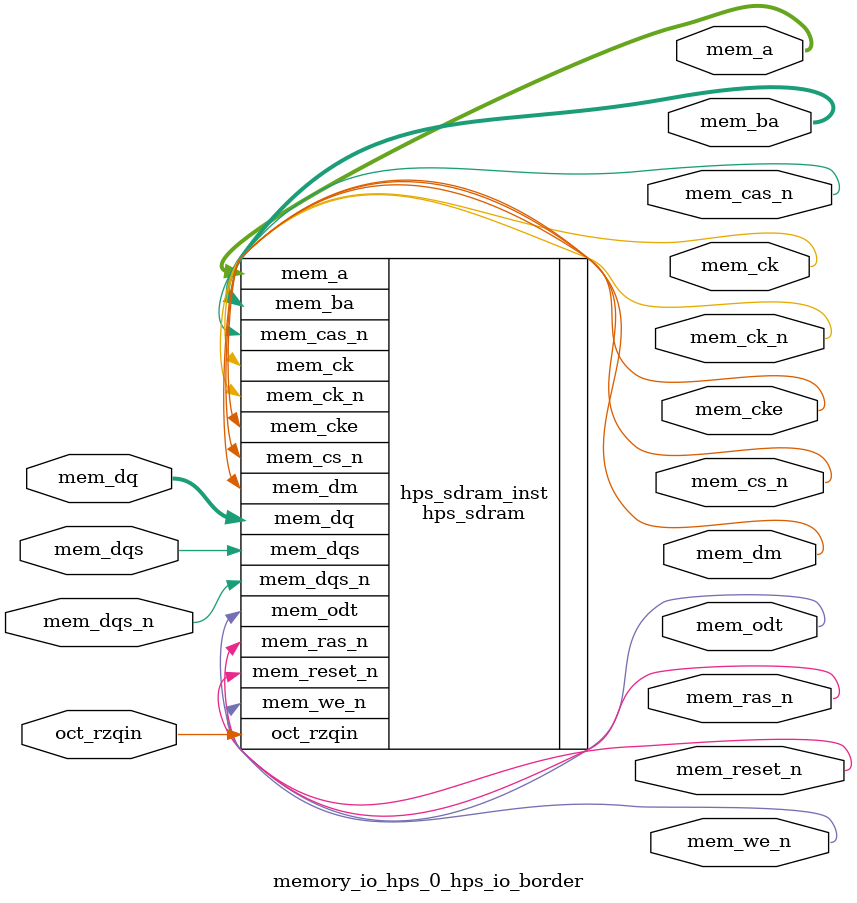
<source format=sv>


module memory_io_hps_0_hps_io_border(
// memory
  output wire [13 - 1 : 0 ] mem_a
 ,output wire [3 - 1 : 0 ] mem_ba
 ,output wire [1 - 1 : 0 ] mem_ck
 ,output wire [1 - 1 : 0 ] mem_ck_n
 ,output wire [1 - 1 : 0 ] mem_cke
 ,output wire [1 - 1 : 0 ] mem_cs_n
 ,output wire [1 - 1 : 0 ] mem_ras_n
 ,output wire [1 - 1 : 0 ] mem_cas_n
 ,output wire [1 - 1 : 0 ] mem_we_n
 ,output wire [1 - 1 : 0 ] mem_reset_n
 ,inout wire [8 - 1 : 0 ] mem_dq
 ,inout wire [1 - 1 : 0 ] mem_dqs
 ,inout wire [1 - 1 : 0 ] mem_dqs_n
 ,output wire [1 - 1 : 0 ] mem_odt
 ,output wire [1 - 1 : 0 ] mem_dm
 ,input wire [1 - 1 : 0 ] oct_rzqin
);


hps_sdram hps_sdram_inst(
 .mem_dq({
    mem_dq[7:0] // 7:0
  })
,.mem_odt({
    mem_odt[0:0] // 0:0
  })
,.mem_ras_n({
    mem_ras_n[0:0] // 0:0
  })
,.mem_dqs_n({
    mem_dqs_n[0:0] // 0:0
  })
,.mem_dqs({
    mem_dqs[0:0] // 0:0
  })
,.mem_dm({
    mem_dm[0:0] // 0:0
  })
,.mem_we_n({
    mem_we_n[0:0] // 0:0
  })
,.mem_cas_n({
    mem_cas_n[0:0] // 0:0
  })
,.mem_ba({
    mem_ba[2:0] // 2:0
  })
,.mem_a({
    mem_a[12:0] // 12:0
  })
,.mem_cs_n({
    mem_cs_n[0:0] // 0:0
  })
,.mem_ck({
    mem_ck[0:0] // 0:0
  })
,.mem_cke({
    mem_cke[0:0] // 0:0
  })
,.oct_rzqin({
    oct_rzqin[0:0] // 0:0
  })
,.mem_reset_n({
    mem_reset_n[0:0] // 0:0
  })
,.mem_ck_n({
    mem_ck_n[0:0] // 0:0
  })
);

endmodule


</source>
